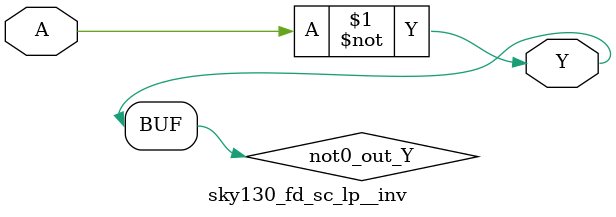
<source format=v>
module sky130_fd_sc_lp__inv (
    Y,
    A
);
    output Y;
    input  A;
    wire not0_out_Y;
    not not0 (not0_out_Y, A              );
    buf buf0 (Y         , not0_out_Y     );
endmodule
</source>
